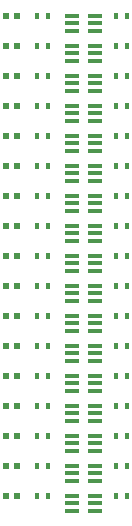
<source format=gbp>
G04*
G04 #@! TF.GenerationSoftware,Altium Limited,CircuitStudio,1.5.2 (30)*
G04*
G04 Layer_Color=16770453*
%FSLAX44Y44*%
%MOMM*%
G71*
G01*
G75*
%ADD28R,0.5500X0.5500*%
%ADD29R,0.4200X0.5500*%
%ADD30R,1.1999X0.4001*%
D28*
X3641980Y1694230D02*
D03*
X3650980D02*
D03*
X3641980Y1719630D02*
D03*
X3650980D02*
D03*
X3641980Y1745030D02*
D03*
X3650980D02*
D03*
X3641980Y1770430D02*
D03*
X3650980D02*
D03*
X3641980Y1795830D02*
D03*
X3650980D02*
D03*
X3641980Y1821230D02*
D03*
X3650980D02*
D03*
X3641980Y1846630D02*
D03*
X3650980D02*
D03*
X3641980Y1872030D02*
D03*
X3650980D02*
D03*
X3641980Y1897430D02*
D03*
X3650980D02*
D03*
X3641980Y1922830D02*
D03*
X3650980D02*
D03*
X3641980Y1948230D02*
D03*
X3650980D02*
D03*
X3641980Y1973630D02*
D03*
X3650980D02*
D03*
X3641980Y1999030D02*
D03*
X3650980D02*
D03*
X3641980Y2024430D02*
D03*
X3650980D02*
D03*
X3641980Y2049830D02*
D03*
X3650980D02*
D03*
X3641980Y2075230D02*
D03*
X3650980D02*
D03*
X3641980Y2100730D02*
D03*
X3650980D02*
D03*
D29*
X3734870Y2049780D02*
D03*
X3744070D02*
D03*
X3677480D02*
D03*
X3668280D02*
D03*
X3734870Y2024380D02*
D03*
X3744070D02*
D03*
X3677480D02*
D03*
X3668280D02*
D03*
X3734870Y1998980D02*
D03*
X3744070D02*
D03*
X3677480D02*
D03*
X3668280D02*
D03*
X3734870Y1973580D02*
D03*
X3744070D02*
D03*
X3677480D02*
D03*
X3668280D02*
D03*
X3734870Y1948180D02*
D03*
X3744070D02*
D03*
X3677480D02*
D03*
X3668280D02*
D03*
X3734870Y1922780D02*
D03*
X3744070D02*
D03*
X3677480D02*
D03*
X3668280D02*
D03*
X3734870Y1897380D02*
D03*
X3744070D02*
D03*
X3677480D02*
D03*
X3668280D02*
D03*
X3734870Y1871980D02*
D03*
X3744070D02*
D03*
X3677480D02*
D03*
X3668280D02*
D03*
X3734870Y1846580D02*
D03*
X3744070D02*
D03*
X3677480D02*
D03*
X3668280D02*
D03*
X3734870Y1821180D02*
D03*
X3744070D02*
D03*
X3677480D02*
D03*
X3668280D02*
D03*
X3734870Y1795780D02*
D03*
X3744070D02*
D03*
X3677480D02*
D03*
X3668280D02*
D03*
X3734870Y1770380D02*
D03*
X3744070D02*
D03*
X3677480D02*
D03*
X3668280D02*
D03*
X3734870Y1744980D02*
D03*
X3744070D02*
D03*
X3677480D02*
D03*
X3668280D02*
D03*
X3734870Y1719580D02*
D03*
X3744070D02*
D03*
X3677480D02*
D03*
X3668280D02*
D03*
X3734870Y1694180D02*
D03*
X3744070D02*
D03*
X3677480D02*
D03*
X3668280D02*
D03*
X3677480Y2075180D02*
D03*
X3668280D02*
D03*
X3677480Y2100580D02*
D03*
X3668280D02*
D03*
X3734870Y2075180D02*
D03*
X3744070D02*
D03*
X3734870Y2100580D02*
D03*
X3744070D02*
D03*
D30*
X3716630Y2049930D02*
D03*
Y2043430D02*
D03*
Y2036930D02*
D03*
X3697630D02*
D03*
Y2043430D02*
D03*
Y2049930D02*
D03*
X3716630Y2024530D02*
D03*
Y2018030D02*
D03*
Y2011530D02*
D03*
X3697630D02*
D03*
Y2018030D02*
D03*
Y2024530D02*
D03*
X3716630Y1999130D02*
D03*
Y1992630D02*
D03*
Y1986130D02*
D03*
X3697630D02*
D03*
Y1992630D02*
D03*
Y1999130D02*
D03*
X3716630Y1973730D02*
D03*
Y1967230D02*
D03*
Y1960730D02*
D03*
X3697630D02*
D03*
Y1967230D02*
D03*
Y1973730D02*
D03*
X3716630Y1948330D02*
D03*
Y1941830D02*
D03*
Y1935330D02*
D03*
X3697630D02*
D03*
Y1941830D02*
D03*
Y1948330D02*
D03*
X3716630Y1922930D02*
D03*
Y1916430D02*
D03*
Y1909930D02*
D03*
X3697630D02*
D03*
Y1916430D02*
D03*
Y1922930D02*
D03*
X3716630Y1897530D02*
D03*
Y1891030D02*
D03*
Y1884530D02*
D03*
X3697630D02*
D03*
Y1891030D02*
D03*
Y1897530D02*
D03*
X3716630Y1872130D02*
D03*
Y1865630D02*
D03*
Y1859130D02*
D03*
X3697630D02*
D03*
Y1865630D02*
D03*
Y1872130D02*
D03*
X3716630Y1846730D02*
D03*
Y1840230D02*
D03*
Y1833730D02*
D03*
X3697630D02*
D03*
Y1840230D02*
D03*
Y1846730D02*
D03*
X3716630Y1821330D02*
D03*
Y1814830D02*
D03*
Y1808330D02*
D03*
X3697630D02*
D03*
Y1814830D02*
D03*
Y1821330D02*
D03*
X3716630Y1795930D02*
D03*
Y1789430D02*
D03*
Y1782930D02*
D03*
X3697630D02*
D03*
Y1789430D02*
D03*
Y1795930D02*
D03*
X3716630Y1770530D02*
D03*
Y1764030D02*
D03*
Y1757530D02*
D03*
X3697630D02*
D03*
Y1764030D02*
D03*
Y1770530D02*
D03*
X3716630Y1745130D02*
D03*
Y1738630D02*
D03*
Y1732130D02*
D03*
X3697630D02*
D03*
Y1738630D02*
D03*
Y1745130D02*
D03*
X3716630Y1719730D02*
D03*
Y1713230D02*
D03*
Y1706730D02*
D03*
X3697630D02*
D03*
Y1713230D02*
D03*
Y1719730D02*
D03*
X3716630Y1694330D02*
D03*
Y1687830D02*
D03*
Y1681330D02*
D03*
X3697630D02*
D03*
Y1687830D02*
D03*
Y1694330D02*
D03*
X3716630Y2100730D02*
D03*
Y2094230D02*
D03*
Y2087730D02*
D03*
X3697630D02*
D03*
Y2094230D02*
D03*
Y2100730D02*
D03*
X3716630Y2075330D02*
D03*
Y2068830D02*
D03*
Y2062330D02*
D03*
X3697630D02*
D03*
Y2068830D02*
D03*
Y2075330D02*
D03*
M02*

</source>
